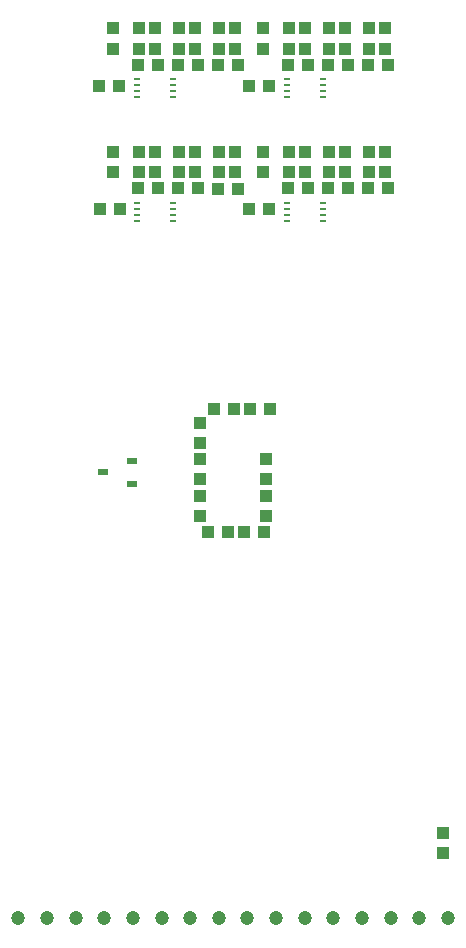
<source format=gbp>
G04*
G04 #@! TF.GenerationSoftware,Altium Limited,Altium Designer,19.0.8 (182)*
G04*
G04 Layer_Color=128*
%FSLAX25Y25*%
%MOIN*%
G70*
G01*
G75*
%ADD22R,0.04331X0.03937*%
%ADD23R,0.03937X0.04331*%
%ADD24R,0.03740X0.02362*%
G04:AMPARAMS|DCode=87|XSize=47.24mil|YSize=47.24mil|CornerRadius=23.62mil|HoleSize=0mil|Usage=FLASHONLY|Rotation=0.000|XOffset=0mil|YOffset=0mil|HoleType=Round|Shape=RoundedRectangle|*
%AMROUNDEDRECTD87*
21,1,0.04724,0.00000,0,0,0.0*
21,1,0.00000,0.04724,0,0,0.0*
1,1,0.04724,0.00000,0.00000*
1,1,0.04724,0.00000,0.00000*
1,1,0.04724,0.00000,0.00000*
1,1,0.04724,0.00000,0.00000*
%
%ADD87ROUNDEDRECTD87*%
%ADD88O,0.02362X0.00984*%
G04:AMPARAMS|DCode=89|XSize=47.24mil|YSize=47.24mil|CornerRadius=23.62mil|HoleSize=0mil|Usage=FLASHONLY|Rotation=90.000|XOffset=0mil|YOffset=0mil|HoleType=Round|Shape=RoundedRectangle|*
%AMROUNDEDRECTD89*
21,1,0.04724,0.00000,0,0,90.0*
21,1,0.00000,0.04724,0,0,90.0*
1,1,0.04724,0.00000,0.00000*
1,1,0.04724,0.00000,0.00000*
1,1,0.04724,0.00000,0.00000*
1,1,0.04724,0.00000,0.00000*
%
%ADD89ROUNDEDRECTD89*%
D22*
X95630Y308425D02*
D03*
Y315118D02*
D03*
X90118Y308425D02*
D03*
Y315118D02*
D03*
X178268Y47052D02*
D03*
Y40360D02*
D03*
X109016Y315118D02*
D03*
Y308425D02*
D03*
X159016Y315118D02*
D03*
Y308425D02*
D03*
X109016Y273937D02*
D03*
Y267244D02*
D03*
X159016Y273937D02*
D03*
Y267244D02*
D03*
X145630Y315118D02*
D03*
Y308425D02*
D03*
X95630Y273937D02*
D03*
Y267244D02*
D03*
X145630Y273937D02*
D03*
Y267244D02*
D03*
X82244Y315118D02*
D03*
Y308425D02*
D03*
X132244Y315118D02*
D03*
Y308425D02*
D03*
X82244Y273937D02*
D03*
Y267244D02*
D03*
X132244Y273937D02*
D03*
Y267244D02*
D03*
X76732Y315118D02*
D03*
Y308425D02*
D03*
X103504Y315118D02*
D03*
Y308425D02*
D03*
X126732Y315118D02*
D03*
Y308425D02*
D03*
X140118Y315118D02*
D03*
Y308425D02*
D03*
X153504Y315118D02*
D03*
Y308425D02*
D03*
X76732Y267244D02*
D03*
Y273937D02*
D03*
X90118Y267244D02*
D03*
Y273937D02*
D03*
X103504Y267244D02*
D03*
Y273937D02*
D03*
X126732Y267244D02*
D03*
Y273937D02*
D03*
X140118Y267244D02*
D03*
Y273937D02*
D03*
X153504Y267244D02*
D03*
Y273937D02*
D03*
X97244Y159398D02*
D03*
Y152705D02*
D03*
X97268Y171480D02*
D03*
Y164787D02*
D03*
X119291Y152705D02*
D03*
Y159398D02*
D03*
X97268Y176787D02*
D03*
Y183480D02*
D03*
X68071Y315118D02*
D03*
Y308425D02*
D03*
X118071Y315118D02*
D03*
Y308425D02*
D03*
X68071Y273937D02*
D03*
Y267244D02*
D03*
X118071Y273937D02*
D03*
Y267244D02*
D03*
X119291Y171603D02*
D03*
Y164910D02*
D03*
D23*
X89921Y261929D02*
D03*
X96614D02*
D03*
X139921D02*
D03*
X146614D02*
D03*
X76535D02*
D03*
X83228D02*
D03*
X126535D02*
D03*
X133228D02*
D03*
X113976Y188335D02*
D03*
X120669D02*
D03*
X108465D02*
D03*
X101772D02*
D03*
X118488Y147390D02*
D03*
X111795D02*
D03*
X99984D02*
D03*
X106677D02*
D03*
X103307Y303110D02*
D03*
X110000D02*
D03*
X153307D02*
D03*
X160000D02*
D03*
X89921D02*
D03*
X96614D02*
D03*
X139921D02*
D03*
X146614D02*
D03*
X76535D02*
D03*
X83228D02*
D03*
X126535D02*
D03*
X133228D02*
D03*
X103307Y261629D02*
D03*
X110000D02*
D03*
X153307Y261929D02*
D03*
X160000D02*
D03*
X63543Y296024D02*
D03*
X70236D02*
D03*
X113543D02*
D03*
X120236D02*
D03*
X113543Y254843D02*
D03*
X120236D02*
D03*
X63798D02*
D03*
X70491D02*
D03*
D24*
X64862Y167165D02*
D03*
X74508Y163425D02*
D03*
Y170905D02*
D03*
D87*
X160814Y18504D02*
D03*
X170367D02*
D03*
X122598D02*
D03*
X132152D02*
D03*
X141706D02*
D03*
X151260D02*
D03*
D88*
X88150Y298189D02*
D03*
Y296221D02*
D03*
Y294252D02*
D03*
Y292284D02*
D03*
X76339Y298189D02*
D03*
Y296221D02*
D03*
Y294252D02*
D03*
Y292284D02*
D03*
X138150Y298189D02*
D03*
Y296221D02*
D03*
Y294252D02*
D03*
Y292284D02*
D03*
X126339Y298189D02*
D03*
Y296221D02*
D03*
Y294252D02*
D03*
Y292284D02*
D03*
X88150Y257008D02*
D03*
Y255039D02*
D03*
Y253071D02*
D03*
Y251102D02*
D03*
X76339Y257008D02*
D03*
Y255039D02*
D03*
Y253071D02*
D03*
Y251102D02*
D03*
X138150Y257008D02*
D03*
Y255039D02*
D03*
Y253071D02*
D03*
Y251102D02*
D03*
X126339Y257008D02*
D03*
Y255039D02*
D03*
Y253071D02*
D03*
Y251102D02*
D03*
D89*
X179921Y18504D02*
D03*
X36614D02*
D03*
X46168D02*
D03*
X55722D02*
D03*
X65276D02*
D03*
X74829D02*
D03*
X84383D02*
D03*
X93937D02*
D03*
X103491D02*
D03*
X113045D02*
D03*
M02*

</source>
